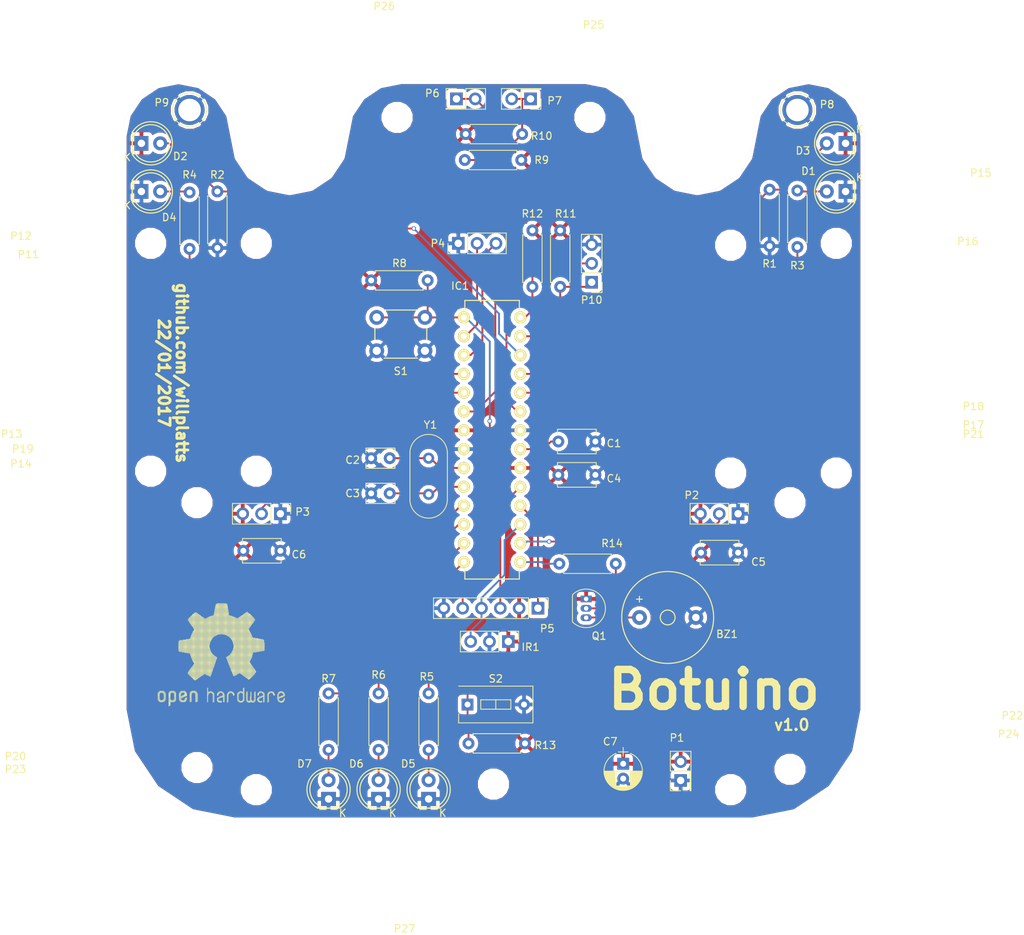
<source format=kicad_pcb>
(kicad_pcb (version 4) (host pcbnew 4.0.5)
  (layers (0 F.Cu signal) (31 B.Cu signal) (34 B.Paste user hide) (35 F.Paste user hide) (36 B.SilkS user) (37 F.SilkS user) (38 B.Mask user hide) (39 F.Mask user hide) (44 Edge.Cuts user))
  (net 0 "")
  (net 1 "Net-(C1-Pad1)")
  (net 2 GND)
  (net 3 "Net-(C2-Pad2)")
  (net 4 "Net-(C3-Pad2)")
  (net 5 +5V)
  (net 6 "Net-(IC1-Pad2)")
  (net 7 "Net-(IC1-Pad3)")
  (net 8 "Net-(IC1-Pad17)")
  (net 9 "Net-(IC1-Pad18)")
  (net 10 "Net-(IC1-Pad19)")
  (net 11 "Net-(D1-Pad2)")
  (net 12 "Net-(D4-Pad2)")
  (net 13 "Net-(D5-Pad2)")
  (net 14 "Net-(D6-Pad2)")
  (net 15 "Net-(D7-Pad2)")
  (net 16 nRST)
  (net 17 LED3)
  (net 18 LED2)
  (net 19 LED1)
  (net 20 WHISKER_L)
  (net 21 WHISKER_R)
  (net 22 PHOTO_ADC_L)
  (net 23 PHOTO_ADC_R)
  (net 24 IR_TX_L)
  (net 25 MTR_PWM_L)
  (net 26 MTR_PWM_R)
  (net 27 IR_TX_R)
  (net 28 "Net-(IC1-Pad27)")
  (net 29 "Net-(IC1-Pad28)")
  (net 30 BUZZER)
  (net 31 DIP_SW)
  (net 32 "Net-(BZ1-Pad1)")
  (net 33 "Net-(Q1-Pad2)")
  (module Housings_DIP:DIP-28_W7.62mm (layer F.Cu) (at 136 75)
    (fp_text reference IC1 (at -0.5 -4.25) (layer F.SilkS))
    (fp_text value ATMEGA328P-P)
    (pad 1 thru_hole oval (at 0 0) (size 1.6 1.6) (drill 0.8) (layers *.Cu *.Mask F.SilkS) (net 16 nRST))
    (pad 2 thru_hole oval (at 0 2.54) (size 1.6 1.6) (drill 0.8) (layers *.Cu *.Mask F.SilkS) (net 6 "Net-(IC1-Pad2)"))
    (pad 3 thru_hole oval (at 0 5.08) (size 1.6 1.6) (drill 0.8) (layers *.Cu *.Mask F.SilkS) (net 7 "Net-(IC1-Pad3)"))
    (pad 4 thru_hole oval (at 0 7.62) (size 1.6 1.6) (drill 0.8) (layers *.Cu *.Mask F.SilkS) (net 24 IR_TX_L))
    (pad 5 thru_hole oval (at 0 10.16) (size 1.6 1.6) (drill 0.8) (layers *.Cu *.Mask F.SilkS) (net 25 MTR_PWM_L))
    (pad 6 thru_hole oval (at 0 12.7) (size 1.6 1.6) (drill 0.8) (layers *.Cu *.Mask F.SilkS) (net 20 WHISKER_L))
    (pad 7 thru_hole oval (at 0 15.24) (size 1.6 1.6) (drill 0.8) (layers *.Cu *.Mask F.SilkS) (net 5 +5V))
    (pad 8 thru_hole oval (at 0 17.78) (size 1.6 1.6) (drill 0.8) (layers *.Cu *.Mask F.SilkS) (net 2 GND))
    (pad 9 thru_hole oval (at 0 20.32) (size 1.6 1.6) (drill 0.8) (layers *.Cu *.Mask F.SilkS) (net 3 "Net-(C2-Pad2)"))
    (pad 10 thru_hole oval (at 0 22.86) (size 1.6 1.6) (drill 0.8) (layers *.Cu *.Mask F.SilkS) (net 4 "Net-(C3-Pad2)"))
    (pad 11 thru_hole oval (at 0 25.4) (size 1.6 1.6) (drill 0.8) (layers *.Cu *.Mask F.SilkS) (net 19 LED1))
    (pad 12 thru_hole oval (at 0 27.94) (size 1.6 1.6) (drill 0.8) (layers *.Cu *.Mask F.SilkS) (net 18 LED2))
    (pad 13 thru_hole oval (at 0 30.48) (size 1.6 1.6) (drill 0.8) (layers *.Cu *.Mask F.SilkS) (net 17 LED3))
    (pad 14 thru_hole oval (at 0 33.02) (size 1.6 1.6) (drill 0.8) (layers *.Cu *.Mask F.SilkS) (net 31 DIP_SW))
    (pad 15 thru_hole oval (at 7.62 33.02) (size 1.6 1.6) (drill 0.8) (layers *.Cu *.Mask F.SilkS) (net 30 BUZZER))
    (pad 16 thru_hole oval (at 7.62 30.48) (size 1.6 1.6) (drill 0.8) (layers *.Cu *.Mask F.SilkS) (net 26 MTR_PWM_R))
    (pad 17 thru_hole oval (at 7.62 27.94) (size 1.6 1.6) (drill 0.8) (layers *.Cu *.Mask F.SilkS) (net 8 "Net-(IC1-Pad17)"))
    (pad 18 thru_hole oval (at 7.62 25.4) (size 1.6 1.6) (drill 0.8) (layers *.Cu *.Mask F.SilkS) (net 9 "Net-(IC1-Pad18)"))
    (pad 19 thru_hole oval (at 7.62 22.86) (size 1.6 1.6) (drill 0.8) (layers *.Cu *.Mask F.SilkS) (net 10 "Net-(IC1-Pad19)"))
    (pad 20 thru_hole oval (at 7.62 20.32) (size 1.6 1.6) (drill 0.8) (layers *.Cu *.Mask F.SilkS) (net 5 +5V))
    (pad 21 thru_hole oval (at 7.62 17.78) (size 1.6 1.6) (drill 0.8) (layers *.Cu *.Mask F.SilkS) (net 1 "Net-(C1-Pad1)"))
    (pad 22 thru_hole oval (at 7.62 15.24) (size 1.6 1.6) (drill 0.8) (layers *.Cu *.Mask F.SilkS) (net 2 GND))
    (pad 23 thru_hole oval (at 7.62 12.7) (size 1.6 1.6) (drill 0.8) (layers *.Cu *.Mask F.SilkS) (net 21 WHISKER_R))
    (pad 24 thru_hole oval (at 7.62 10.16) (size 1.6 1.6) (drill 0.8) (layers *.Cu *.Mask F.SilkS) (net 27 IR_TX_R))
    (pad 25 thru_hole oval (at 7.62 7.62) (size 1.6 1.6) (drill 0.8) (layers *.Cu *.Mask F.SilkS) (net 23 PHOTO_ADC_R))
    (pad 26 thru_hole oval (at 7.62 5.08) (size 1.6 1.6) (drill 0.8) (layers *.Cu *.Mask F.SilkS) (net 22 PHOTO_ADC_L))
    (pad 27 thru_hole oval (at 7.62 2.54) (size 1.6 1.6) (drill 0.8) (layers *.Cu *.Mask F.SilkS) (net 28 "Net-(IC1-Pad27)"))
    (pad 28 thru_hole oval (at 7.62 0) (size 1.6 1.6) (drill 0.8) (layers *.Cu *.Mask F.SilkS) (net 29 "Net-(IC1-Pad28)"))
  )
  (module LEDs:LED-5MM (layer F.Cu) (at 187.5 58 180)
    (fp_text reference D1 (at 5 2.75 180) (layer F.SilkS))
    (fp_text value LED)
    (fp_text user K (at -1.905 1.905 180) (layer F.SilkS))
    (pad 1 thru_hole rect (at 0 0 270) (size 2 1.9) (drill 1.00076) (layers *.Cu *.Mask) (net 2 GND))
    (pad 2 thru_hole circle (at 2.54 0 180) (size 1.9 1.9) (drill 1.00076) (layers *.Cu *.Mask) (net 11 "Net-(D1-Pad2)"))
  )
  (module LEDs:LED-5MM (layer F.Cu) (at 92.5 51.5)
    (fp_text reference D2 (at 5.25 1.75) (layer F.SilkS))
    (fp_text value IR)
    (fp_text user K (at -1.905 1.905) (layer F.SilkS))
    (pad 1 thru_hole rect (at 0 0 90) (size 2 1.9) (drill 1.00076) (layers *.Cu *.Mask) (net 5 +5V))
    (pad 2 thru_hole circle (at 2.54 0) (size 1.9 1.9) (drill 1.00076) (layers *.Cu *.Mask) (net 22 PHOTO_ADC_L))
  )
  (module LEDs:LED-5MM (layer F.Cu) (at 187.5 51.5 180)
    (fp_text reference D3 (at 5.75 -1 180) (layer F.SilkS))
    (fp_text value IR)
    (fp_text user K (at -1.905 1.905 180) (layer F.SilkS))
    (pad 1 thru_hole rect (at 0 0 270) (size 2 1.9) (drill 1.00076) (layers *.Cu *.Mask) (net 5 +5V))
    (pad 2 thru_hole circle (at 2.54 0 180) (size 1.9 1.9) (drill 1.00076) (layers *.Cu *.Mask) (net 23 PHOTO_ADC_R))
  )
  (module LEDs:LED-5MM (layer F.Cu) (at 92.5 58)
    (fp_text reference D4 (at 3.75 3.5) (layer F.SilkS))
    (fp_text value LED)
    (fp_text user K (at -1.905 1.905) (layer F.SilkS))
    (pad 1 thru_hole rect (at 0 0 90) (size 2 1.9) (drill 1.00076) (layers *.Cu *.Mask) (net 2 GND))
    (pad 2 thru_hole circle (at 2.54 0) (size 1.9 1.9) (drill 1.00076) (layers *.Cu *.Mask) (net 12 "Net-(D4-Pad2)"))
  )
  (module LEDs:LED-5MM (layer F.Cu) (at 131.25 140 90)
    (fp_text reference D5 (at 4.75 -2.75 180) (layer F.SilkS))
    (fp_text value LED)
    (fp_text user K (at -1.905 1.905 180) (layer F.SilkS))
    (pad 1 thru_hole rect (at 0 0 180) (size 2 1.9) (drill 1.00076) (layers *.Cu *.Mask) (net 2 GND))
    (pad 2 thru_hole circle (at 2.54 0 90) (size 1.9 1.9) (drill 1.00076) (layers *.Cu *.Mask) (net 13 "Net-(D5-Pad2)"))
  )
  (module LEDs:LED-5MM (layer F.Cu) (at 124.5 140 90)
    (fp_text reference D6 (at 4.75 -3 180) (layer F.SilkS))
    (fp_text value LED)
    (fp_text user K (at -1.905 1.905 180) (layer F.SilkS))
    (pad 1 thru_hole rect (at 0 0 180) (size 2 1.9) (drill 1.00076) (layers *.Cu *.Mask) (net 2 GND))
    (pad 2 thru_hole circle (at 2.54 0 90) (size 1.9 1.9) (drill 1.00076) (layers *.Cu *.Mask) (net 14 "Net-(D6-Pad2)"))
  )
  (module LEDs:LED-5MM (layer F.Cu) (at 117.75 140 90)
    (fp_text reference D7 (at 4.75 -3.25 180) (layer F.SilkS))
    (fp_text value LED)
    (fp_text user K (at -1.905 1.905 180) (layer F.SilkS))
    (pad 1 thru_hole rect (at 0 0 180) (size 2 1.9) (drill 1.00076) (layers *.Cu *.Mask) (net 2 GND))
    (pad 2 thru_hole circle (at 2.54 0 90) (size 1.9 1.9) (drill 1.00076) (layers *.Cu *.Mask) (net 15 "Net-(D7-Pad2)"))
  )
  (module Capacitors_ThroughHole:C_Disc_D5.1mm_W3.2mm_P5.00mm (layer F.Cu) (at 168 106.75)
    (fp_text reference C5 (at 7.75 1.25) (layer F.SilkS))
    (fp_text value 100n)
    (pad 1 thru_hole circle (at 0 0) (size 1.6 1.6) (drill 0.8) (layers *.Cu *.Mask) (net 5 +5V))
    (pad 2 thru_hole circle (at 5 0) (size 1.6 1.6) (drill 0.8) (layers *.Cu *.Mask) (net 2 GND))
  )
  (module Capacitors_ThroughHole:C_Disc_D5.1mm_W3.2mm_P5.00mm (layer F.Cu) (at 106.25 106.5)
    (fp_text reference C6 (at 7.5 0.5) (layer F.SilkS))
    (fp_text value 100n)
    (pad 1 thru_hole circle (at 0 0) (size 1.6 1.6) (drill 0.8) (layers *.Cu *.Mask) (net 5 +5V))
    (pad 2 thru_hole circle (at 5 0) (size 1.6 1.6) (drill 0.8) (layers *.Cu *.Mask) (net 2 GND))
  )
  (module Capacitors_ThroughHole:CP_Radial_D5.0mm_P2.00mm (layer F.Cu) (at 157.5 135.25 270)
    (fp_text reference C7 (at -3 1.75 360) (layer F.SilkS))
    (fp_text value 100u)
    (pad 1 thru_hole rect (at 0 0 270) (size 1.6 1.6) (drill 0.8) (layers *.Cu *.Mask) (net 5 +5V))
    (pad 2 thru_hole circle (at 2 0 270) (size 1.6 1.6) (drill 0.8) (layers *.Cu *.Mask) (net 2 GND))
  )
  (module Pin_Headers:Pin_Header_Straight_1x03_Pitch2.54mm (layer F.Cu) (at 142 118.75 270)
    (fp_text reference IR1 (at 0.75 -3 360) (layer F.SilkS))
    (fp_text value CONN_01X03)
    (pad 1 thru_hole rect (at 0 0 270) (size 1.7 1.7) (drill 1) (layers *.Cu *.Mask) (net 5 +5V))
    (pad 2 thru_hole oval (at 0 2.54 270) (size 1.7 1.7) (drill 1) (layers *.Cu *.Mask) (net 2 GND))
    (pad 3 thru_hole oval (at 0 5.08 270) (size 1.7 1.7) (drill 1) (layers *.Cu *.Mask) (net 8 "Net-(IC1-Pad17)"))
  )
  (module Capacitors_ThroughHole:C_Disc_D5.1mm_W3.2mm_P5.00mm (layer F.Cu) (at 148.75 91.75)
    (fp_text reference C1 (at 7.5 0.25) (layer F.SilkS))
    (fp_text value 100n)
    (pad 1 thru_hole circle (at 0 0) (size 1.6 1.6) (drill 0.8) (layers *.Cu *.Mask) (net 1 "Net-(C1-Pad1)"))
    (pad 2 thru_hole circle (at 5 0) (size 1.6 1.6) (drill 0.8) (layers *.Cu *.Mask) (net 2 GND))
  )
  (module Capacitors_ThroughHole:C_Disc_D5.1mm_W3.2mm_P5.00mm (layer F.Cu) (at 148.75 96.25)
    (fp_text reference C4 (at 7.5 0.5) (layer F.SilkS))
    (fp_text value 100n)
    (pad 1 thru_hole circle (at 0 0) (size 1.6 1.6) (drill 0.8) (layers *.Cu *.Mask) (net 5 +5V))
    (pad 2 thru_hole circle (at 5 0) (size 1.6 1.6) (drill 0.8) (layers *.Cu *.Mask) (net 2 GND))
  )
  (module Pin_Headers:Pin_Header_Straight_2x01_Pitch2.54mm (layer F.Cu) (at 165.25 137.5 90)
    (fp_text reference P1 (at 5.75 -0.5 180) (layer F.SilkS))
    (fp_text value CONN_01X02)
    (pad 1 thru_hole rect (at 0 0 90) (size 1.7 1.7) (drill 1) (layers *.Cu *.Mask) (net 2 GND))
    (pad 2 thru_hole oval (at 2.54 0 90) (size 1.7 1.7) (drill 1) (layers *.Cu *.Mask) (net 5 +5V))
  )
  (module Pin_Headers:Pin_Header_Straight_1x03_Pitch2.54mm (layer F.Cu) (at 173 101.5 270)
    (fp_text reference P2 (at -2.5 6.25 360) (layer F.SilkS))
    (fp_text value CONN_01X03)
    (pad 1 thru_hole rect (at 0 0 270) (size 1.7 1.7) (drill 1) (layers *.Cu *.Mask) (net 2 GND))
    (pad 2 thru_hole oval (at 0 2.54 270) (size 1.7 1.7) (drill 1) (layers *.Cu *.Mask) (net 26 MTR_PWM_R))
    (pad 3 thru_hole oval (at 0 5.08 270) (size 1.7 1.7) (drill 1) (layers *.Cu *.Mask) (net 5 +5V))
  )
  (module Pin_Headers:Pin_Header_Straight_1x03_Pitch2.54mm (layer F.Cu) (at 111.25 101.5 270)
    (fp_text reference P3 (at -0.25 -3 360) (layer F.SilkS))
    (fp_text value CONN_01X03)
    (pad 1 thru_hole rect (at 0 0 270) (size 1.7 1.7) (drill 1) (layers *.Cu *.Mask) (net 2 GND))
    (pad 2 thru_hole oval (at 0 2.54 270) (size 1.7 1.7) (drill 1) (layers *.Cu *.Mask) (net 25 MTR_PWM_L))
    (pad 3 thru_hole oval (at 0 5.08 270) (size 1.7 1.7) (drill 1) (layers *.Cu *.Mask) (net 5 +5V))
  )
  (module Pin_Headers:Pin_Header_Straight_1x03_Pitch2.54mm (layer F.Cu) (at 135.25 65 90)
    (fp_text reference P4 (at 0 -2.75 180) (layer F.SilkS))
    (fp_text value CONN_01X03)
    (pad 1 thru_hole rect (at 0 0 90) (size 1.7 1.7) (drill 1) (layers *.Cu *.Mask) (net 2 GND))
    (pad 2 thru_hole oval (at 0 2.54 90) (size 1.7 1.7) (drill 1) (layers *.Cu *.Mask) (net 6 "Net-(IC1-Pad2)"))
    (pad 3 thru_hole oval (at 0 5.08 90) (size 1.7 1.7) (drill 1) (layers *.Cu *.Mask) (net 7 "Net-(IC1-Pad3)"))
  )
  (module Pin_Headers:Pin_Header_Straight_1x06_Pitch2.54mm (layer F.Cu) (at 146 114.25 270)
    (fp_text reference P5 (at 2.75 -1.25 360) (layer F.SilkS))
    (fp_text value CONN_01X06)
    (pad 1 thru_hole rect (at 0 0 270) (size 1.7 1.7) (drill 1) (layers *.Cu *.Mask) (net 9 "Net-(IC1-Pad18)"))
    (pad 2 thru_hole oval (at 0 2.54 270) (size 1.7 1.7) (drill 1) (layers *.Cu *.Mask) (net 5 +5V))
    (pad 3 thru_hole oval (at 0 5.08 270) (size 1.7 1.7) (drill 1) (layers *.Cu *.Mask) (net 10 "Net-(IC1-Pad19)"))
    (pad 4 thru_hole oval (at 0 7.62 270) (size 1.7 1.7) (drill 1) (layers *.Cu *.Mask) (net 8 "Net-(IC1-Pad17)"))
    (pad 5 thru_hole oval (at 0 10.16 270) (size 1.7 1.7) (drill 1) (layers *.Cu *.Mask) (net 16 nRST))
    (pad 6 thru_hole oval (at 0 12.7 270) (size 1.7 1.7) (drill 1) (layers *.Cu *.Mask) (net 2 GND))
  )
  (module Pin_Headers:Pin_Header_Straight_2x01_Pitch2.54mm (layer F.Cu) (at 135 45.5)
    (fp_text reference P6 (at -3.25 -0.75) (layer F.SilkS))
    (fp_text value CONN_01X02)
    (pad 1 thru_hole rect (at 0 0) (size 1.7 1.7) (drill 1) (layers *.Cu *.Mask) (net 20 WHISKER_L))
    (pad 2 thru_hole oval (at 2.54 0) (size 1.7 1.7) (drill 1) (layers *.Cu *.Mask) (net 20 WHISKER_L))
  )
  (module Pin_Headers:Pin_Header_Straight_2x01_Pitch2.54mm (layer F.Cu) (at 145 45.5 180)
    (fp_text reference P7 (at -3.25 -0.25 180) (layer F.SilkS))
    (fp_text value CONN_01X02)
    (pad 1 thru_hole rect (at 0 0 180) (size 1.7 1.7) (drill 1) (layers *.Cu *.Mask) (net 21 WHISKER_R))
    (pad 2 thru_hole oval (at 2.54 0 180) (size 1.7 1.7) (drill 1) (layers *.Cu *.Mask) (net 21 WHISKER_R))
  )
  (module Resistors_ThroughHole:R_Axial_DIN0207_L6.3mm_D2.5mm_P7.62mm_Horizontal (layer F.Cu) (at 181 65.5 90)
    (fp_text reference R1 (at -2.25 -3.75 180) (layer F.SilkS))
    (fp_text value 330R)
    (pad 1 thru_hole circle (at 0 0 90) (size 1.6 1.6) (drill 0.8) (layers *.Cu *.Mask) (net 27 IR_TX_R))
    (pad 2 thru_hole oval (at 7.62 0 90) (size 1.6 1.6) (drill 0.8) (layers *.Cu *.Mask) (net 11 "Net-(D1-Pad2)"))
  )
  (module Resistors_ThroughHole:R_Axial_DIN0207_L6.3mm_D2.5mm_P7.62mm_Horizontal (layer F.Cu) (at 102.75 58 270)
    (fp_text reference R2 (at -2.25 0 360) (layer F.SilkS))
    (fp_text value 10k)
    (pad 1 thru_hole circle (at 0 0 270) (size 1.6 1.6) (drill 0.8) (layers *.Cu *.Mask) (net 22 PHOTO_ADC_L))
    (pad 2 thru_hole oval (at 7.62 0 270) (size 1.6 1.6) (drill 0.8) (layers *.Cu *.Mask) (net 2 GND))
  )
  (module Resistors_ThroughHole:R_Axial_DIN0207_L6.3mm_D2.5mm_P7.62mm_Horizontal (layer F.Cu) (at 177.25 57.75 270)
    (fp_text reference R3 (at 10.25 -3.75 360) (layer F.SilkS))
    (fp_text value 10k)
    (pad 1 thru_hole circle (at 0 0 270) (size 1.6 1.6) (drill 0.8) (layers *.Cu *.Mask) (net 23 PHOTO_ADC_R))
    (pad 2 thru_hole oval (at 7.62 0 270) (size 1.6 1.6) (drill 0.8) (layers *.Cu *.Mask) (net 2 GND))
  )
  (module Resistors_ThroughHole:R_Axial_DIN0207_L6.3mm_D2.5mm_P7.62mm_Horizontal (layer F.Cu) (at 99 65.75 90)
    (fp_text reference R4 (at 10 0 180) (layer F.SilkS))
    (fp_text value 330R)
    (pad 1 thru_hole circle (at 0 0 90) (size 1.6 1.6) (drill 0.8) (layers *.Cu *.Mask) (net 24 IR_TX_L))
    (pad 2 thru_hole oval (at 7.62 0 90) (size 1.6 1.6) (drill 0.8) (layers *.Cu *.Mask) (net 12 "Net-(D4-Pad2)"))
  )
  (module Resistors_ThroughHole:R_Axial_DIN0207_L6.3mm_D2.5mm_P7.62mm_Horizontal (layer F.Cu) (at 131.25 125.75 270)
    (fp_text reference R5 (at -2.25 0.25 360) (layer F.SilkS))
    (fp_text value 330R)
    (pad 1 thru_hole circle (at 0 0 270) (size 1.6 1.6) (drill 0.8) (layers *.Cu *.Mask) (net 17 LED3))
    (pad 2 thru_hole oval (at 7.62 0 270) (size 1.6 1.6) (drill 0.8) (layers *.Cu *.Mask) (net 13 "Net-(D5-Pad2)"))
  )
  (module Resistors_ThroughHole:R_Axial_DIN0207_L6.3mm_D2.5mm_P7.62mm_Horizontal (layer F.Cu) (at 124.5 125.75 270)
    (fp_text reference R6 (at -2.5 0 360) (layer F.SilkS))
    (fp_text value 330R)
    (pad 1 thru_hole circle (at 0 0 270) (size 1.6 1.6) (drill 0.8) (layers *.Cu *.Mask) (net 18 LED2))
    (pad 2 thru_hole oval (at 7.62 0 270) (size 1.6 1.6) (drill 0.8) (layers *.Cu *.Mask) (net 14 "Net-(D6-Pad2)"))
  )
  (module Resistors_ThroughHole:R_Axial_DIN0207_L6.3mm_D2.5mm_P7.62mm_Horizontal (layer F.Cu) (at 117.75 125.75 270)
    (fp_text reference R7 (at -2 0 360) (layer F.SilkS))
    (fp_text value 330R)
    (pad 1 thru_hole circle (at 0 0 270) (size 1.6 1.6) (drill 0.8) (layers *.Cu *.Mask) (net 19 LED1))
    (pad 2 thru_hole oval (at 7.62 0 270) (size 1.6 1.6) (drill 0.8) (layers *.Cu *.Mask) (net 15 "Net-(D7-Pad2)"))
  )
  (module Resistors_ThroughHole:R_Axial_DIN0207_L6.3mm_D2.5mm_P7.62mm_Horizontal (layer F.Cu) (at 123.5 70)
    (fp_text reference R8 (at 3.81 -2.31) (layer F.SilkS))
    (fp_text value 10k)
    (pad 1 thru_hole circle (at 0 0) (size 1.6 1.6) (drill 0.8) (layers *.Cu *.Mask) (net 5 +5V))
    (pad 2 thru_hole oval (at 7.62 0) (size 1.6 1.6) (drill 0.8) (layers *.Cu *.Mask) (net 16 nRST))
  )
  (module Resistors_ThroughHole:R_Axial_DIN0207_L6.3mm_D2.5mm_P7.62mm_Horizontal (layer F.Cu) (at 143.75 53.75 180)
    (fp_text reference R9 (at -2.75 0 180) (layer F.SilkS))
    (fp_text value 10k)
    (pad 1 thru_hole circle (at 0 0 180) (size 1.6 1.6) (drill 0.8) (layers *.Cu *.Mask) (net 5 +5V))
    (pad 2 thru_hole oval (at 7.62 0 180) (size 1.6 1.6) (drill 0.8) (layers *.Cu *.Mask) (net 20 WHISKER_L))
  )
  (module Resistors_ThroughHole:R_Axial_DIN0207_L6.3mm_D2.5mm_P7.62mm_Horizontal (layer F.Cu) (at 136.25 50.25)
    (fp_text reference R10 (at 10.25 0.25) (layer F.SilkS))
    (fp_text value 10k)
    (pad 1 thru_hole circle (at 0 0) (size 1.6 1.6) (drill 0.8) (layers *.Cu *.Mask) (net 5 +5V))
    (pad 2 thru_hole oval (at 7.62 0) (size 1.6 1.6) (drill 0.8) (layers *.Cu *.Mask) (net 21 WHISKER_R))
  )
  (module Crystals:Crystal_HC49-U_Vertical (layer F.Cu) (at 131.25 94 270)
    (fp_text reference Y1 (at -4.5 -0.25 360) (layer F.SilkS))
    (fp_text value 16MHz)
    (pad 1 thru_hole circle (at 0 0 270) (size 1.5 1.5) (drill 0.8) (layers *.Cu *.Mask) (net 3 "Net-(C2-Pad2)"))
    (pad 2 thru_hole circle (at 4.88 0 270) (size 1.5 1.5) (drill 0.8) (layers *.Cu *.Mask) (net 4 "Net-(C3-Pad2)"))
  )
  (module Capacitors_ThroughHole:C_Disc_D3.8mm_W2.6mm_P2.50mm (layer F.Cu) (at 123.5 94)
    (fp_text reference C2 (at -2.5 0.25) (layer F.SilkS))
    (fp_text value 22p)
    (pad 1 thru_hole circle (at 0 0) (size 1.6 1.6) (drill 0.8) (layers *.Cu *.Mask) (net 2 GND))
    (pad 2 thru_hole circle (at 2.5 0) (size 1.6 1.6) (drill 0.8) (layers *.Cu *.Mask) (net 3 "Net-(C2-Pad2)"))
  )
  (module Capacitors_ThroughHole:C_Disc_D3.8mm_W2.6mm_P2.50mm (layer F.Cu) (at 123.5 98.75)
    (fp_text reference C3 (at -2.5 0) (layer F.SilkS))
    (fp_text value 22p)
    (pad 1 thru_hole circle (at 0 0) (size 1.6 1.6) (drill 0.8) (layers *.Cu *.Mask) (net 2 GND))
    (pad 2 thru_hole circle (at 2.5 0) (size 1.6 1.6) (drill 0.8) (layers *.Cu *.Mask) (net 4 "Net-(C3-Pad2)"))
  )
  (module Pin_Headers:Pin_Header_Straight_1x03_Pitch2.54mm (layer F.Cu) (at 153.25 70.25 180)
    (fp_text reference P10 (at 0 -2.39 180) (layer F.SilkS))
    (fp_text value CONN_01X03)
    (pad 1 thru_hole rect (at 0 0 180) (size 1.7 1.7) (drill 1) (layers *.Cu *.Mask) (net 28 "Net-(IC1-Pad27)"))
    (pad 2 thru_hole oval (at 0 2.54 180) (size 1.7 1.7) (drill 1) (layers *.Cu *.Mask) (net 29 "Net-(IC1-Pad28)"))
    (pad 3 thru_hole oval (at 0 5.08 180) (size 1.7 1.7) (drill 1) (layers *.Cu *.Mask) (net 2 GND))
  )
  (module Resistors_ThroughHole:R_Axial_DIN0207_L6.3mm_D2.5mm_P7.62mm_Horizontal (layer F.Cu) (at 149 63.25 270)
    (fp_text reference R11 (at -2.25 -0.75 360) (layer F.SilkS))
    (fp_text value 10k)
    (pad 1 thru_hole circle (at 0 0 270) (size 1.6 1.6) (drill 0.8) (layers *.Cu *.Mask) (net 5 +5V))
    (pad 2 thru_hole oval (at 7.62 0 270) (size 1.6 1.6) (drill 0.8) (layers *.Cu *.Mask) (net 28 "Net-(IC1-Pad27)"))
  )
  (module Resistors_ThroughHole:R_Axial_DIN0207_L6.3mm_D2.5mm_P7.62mm_Horizontal (layer F.Cu) (at 145.25 63.25 270)
    (fp_text reference R12 (at -2.25 0 360) (layer F.SilkS))
    (fp_text value 10k)
    (pad 1 thru_hole circle (at 0 0 270) (size 1.6 1.6) (drill 0.8) (layers *.Cu *.Mask) (net 5 +5V))
    (pad 2 thru_hole oval (at 7.62 0 270) (size 1.6 1.6) (drill 0.8) (layers *.Cu *.Mask) (net 29 "Net-(IC1-Pad28)"))
  )
  (module Mounting_Holes:MountingHole_3.2mm_M3 (layer F.Cu) (at 93.75 65)
    (fp_text reference P11 (at -16.5 1.5) (layer F.SilkS))
    (fp_text value CONN_01X01)
    (pad 1 np_thru_hole circle (at 0 0) (size 3.2 3.2) (drill 3.2) (layers *.Cu *.Mask))
  )
  (module Mounting_Holes:MountingHole_3.2mm_M3 (layer F.Cu) (at 108 65)
    (fp_text reference P12 (at -31.75 -1) (layer F.SilkS))
    (fp_text value CONN_01X01)
    (pad 1 np_thru_hole circle (at 0 0) (size 3.2 3.2) (drill 3.2) (layers *.Cu *.Mask))
  )
  (module Mounting_Holes:MountingHole_3.2mm_M3 (layer F.Cu) (at 93.75 95.75)
    (fp_text reference P13 (at -18.75 -5) (layer F.SilkS))
    (fp_text value CONN_01X01)
    (pad 1 np_thru_hole circle (at 0 0) (size 3.2 3.2) (drill 3.2) (layers *.Cu *.Mask))
  )
  (module Mounting_Holes:MountingHole_3.2mm_M3 (layer F.Cu) (at 108 95.75)
    (fp_text reference P14 (at -31.75 -1) (layer F.SilkS))
    (fp_text value CONN_01X01)
    (pad 1 np_thru_hole circle (at 0 0) (size 3.2 3.2) (drill 3.2) (layers *.Cu *.Mask))
  )
  (module Mounting_Holes:MountingHole_3.2mm_M3 (layer F.Cu) (at 186.25 65)
    (fp_text reference P15 (at 19.5 -9.5) (layer F.SilkS))
    (fp_text value CONN_01X01)
    (pad 1 np_thru_hole circle (at 0 0) (size 3.2 3.2) (drill 3.2) (layers *.Cu *.Mask))
  )
  (module Mounting_Holes:MountingHole_3.2mm_M3 (layer F.Cu) (at 172 65.25)
    (fp_text reference P16 (at 32 -0.5) (layer F.SilkS))
    (fp_text value CONN_01X01)
    (pad 1 np_thru_hole circle (at 0 0) (size 3.2 3.2) (drill 3.2) (layers *.Cu *.Mask))
  )
  (module Mounting_Holes:MountingHole_3.2mm_M3 (layer F.Cu) (at 186.25 96)
    (fp_text reference P17 (at 18.5 -6.5) (layer F.SilkS))
    (fp_text value CONN_01X01)
    (pad 1 np_thru_hole circle (at 0 0) (size 3.2 3.2) (drill 3.2) (layers *.Cu *.Mask))
  )
  (module Mounting_Holes:MountingHole_3.2mm_M3 (layer F.Cu) (at 172 96)
    (fp_text reference P18 (at 32.75 -9) (layer F.SilkS))
    (fp_text value CONN_01X01)
    (pad 1 np_thru_hole circle (at 0 0) (size 3.2 3.2) (drill 3.2) (layers *.Cu *.Mask))
  )
  (module Mounting_Holes:MountingHole_3.2mm_M3 (layer F.Cu) (at 100 100)
    (fp_text reference P19 (at -23.5 -7.25) (layer F.SilkS))
    (fp_text value CONN_01X01)
    (pad 1 np_thru_hole circle (at 0 0) (size 3.2 3.2) (drill 3.2) (layers *.Cu *.Mask))
  )
  (module Mounting_Holes:MountingHole_3.2mm_M3 (layer F.Cu) (at 100 135.75)
    (fp_text reference P20 (at -24.5 -1.5) (layer F.SilkS))
    (fp_text value CONN_01X01)
    (pad 1 np_thru_hole circle (at 0 0) (size 3.2 3.2) (drill 3.2) (layers *.Cu *.Mask))
  )
  (module Mounting_Holes:MountingHole_3.2mm_M3 (layer F.Cu) (at 180 100)
    (fp_text reference P21 (at 24.75 -9.25) (layer F.SilkS))
    (fp_text value CONN_01X01)
    (pad 1 np_thru_hole circle (at 0 0) (size 3.2 3.2) (drill 3.2) (layers *.Cu *.Mask))
  )
  (module Mounting_Holes:MountingHole_3.2mm_M3 (layer F.Cu) (at 180 136)
    (fp_text reference P22 (at 30 -7.25) (layer F.SilkS))
    (fp_text value CONN_01X01)
    (pad 1 np_thru_hole circle (at 0 0) (size 3.2 3.2) (drill 3.2) (layers *.Cu *.Mask))
  )
  (module Mounting_Holes:MountingHole_3.2mm_M3 (layer F.Cu) (at 108 138.75)
    (fp_text reference P23 (at -32.5 -2.75) (layer F.SilkS))
    (fp_text value CONN_01X01)
    (pad 1 np_thru_hole circle (at 0 0) (size 3.2 3.2) (drill 3.2) (layers *.Cu *.Mask))
  )
  (module Mounting_Holes:MountingHole_3.2mm_M3 (layer F.Cu) (at 172 138.75)
    (fp_text reference P24 (at 37.5 -7.5) (layer F.SilkS))
    (fp_text value CONN_01X01)
    (pad 1 np_thru_hole circle (at 0 0) (size 3.2 3.2) (drill 3.2) (layers *.Cu *.Mask))
  )
  (module Mounting_Holes:MountingHole_3.2mm_M3 (layer F.Cu) (at 153 48)
    (fp_text reference P25 (at 0.5 -12.5) (layer F.SilkS))
    (fp_text value CONN_01X01)
    (pad 1 np_thru_hole circle (at 0 0) (size 3.2 3.2) (drill 3.2) (layers *.Cu *.Mask))
  )
  (module Mounting_Holes:MountingHole_3.2mm_M3 (layer F.Cu) (at 127 48)
    (fp_text reference P26 (at -1.75 -15) (layer F.SilkS))
    (fp_text value CONN_01X01)
    (pad 1 np_thru_hole circle (at 0 0) (size 3.2 3.2) (drill 3.2) (layers *.Cu *.Mask))
  )
  (module Mounting_Holes:MountingHole_3.2mm_M3 (layer F.Cu) (at 140 138)
    (fp_text reference P27 (at -12 19.5) (layer F.SilkS))
    (fp_text value CONN_01X01)
    (pad 1 np_thru_hole circle (at 0 0) (size 3.2 3.2) (drill 3.2) (layers *.Cu *.Mask))
  )
  (module Buttons_Switches_ThroughHole:SW_PUSH_6mm (layer F.Cu) (at 130.75 79.5 180)
    (fp_text reference S1 (at 3.25 -2.75 180) (layer F.SilkS))
    (fp_text value SW_DIP_x1)
    (pad 2 thru_hole circle (at 0 4.5 270) (size 2 2) (drill 1.1) (layers *.Cu *.Mask) (net 16 nRST))
    (pad 1 thru_hole circle (at 0 0 270) (size 2 2) (drill 1.1) (layers *.Cu *.Mask) (net 2 GND))
    (pad 2 thru_hole circle (at 6.5 4.5 270) (size 2 2) (drill 1.1) (layers *.Cu *.Mask) (net 16 nRST))
    (pad 1 thru_hole circle (at 6.5 0 270) (size 2 2) (drill 1.1) (layers *.Cu *.Mask) (net 2 GND))
  )
  (module OPENHARDWARE:OSHWLOGO0.75IN (layer F.Cu) (at 93.75 111.25)
    (fp_text reference G*** hide)
    (fp_text value LOGO hide)
  )
  (module Connect:1pin (layer F.Cu) (at 181 47)
    (fp_text reference P8 (at 4 -0.75) (layer F.SilkS))
    (fp_text value CONN_01X01)
    (pad 1 thru_hole circle (at 0 0) (size 4.064 4.064) (drill 3.048) (layers *.Cu *.Mask) (net 2 GND))
  )
  (module Connect:1pin (layer F.Cu) (at 99 47)
    (fp_text reference P9 (at -3.75 -1) (layer F.SilkS))
    (fp_text value CONN_01X01)
    (pad 1 thru_hole circle (at 0 0) (size 4.064 4.064) (drill 3.048) (layers *.Cu *.Mask) (net 2 GND))
  )
  (module Buzzers_Beepers:Buzzer_12x9.5RM7.6 (layer F.Cu) (at 163.5 115.5)
    (fp_text reference BZ1 (at 8 2.25) (layer F.SilkS))
    (fp_text value Buzzer)
    (fp_text user + (at -3.81 -2.54) (layer F.SilkS))
    (pad 1 thru_hole circle (at -3.79984 0) (size 2 2) (drill 1.00076) (layers *.Cu *.Mask) (net 32 "Net-(BZ1-Pad1)"))
    (pad 2 thru_hole circle (at 3.79984 0) (size 2 2) (drill 1.00076) (layers *.Cu *.Mask) (net 2 GND))
  )
  (module Resistors_ThroughHole:R_Axial_DIN0207_L6.3mm_D2.5mm_P7.62mm_Horizontal (layer F.Cu) (at 144.25 132.5 180)
    (fp_text reference R13 (at -2.75 -0.25 180) (layer F.SilkS))
    (fp_text value 10k)
    (pad 1 thru_hole circle (at 0 0 180) (size 1.6 1.6) (drill 0.8) (layers *.Cu *.Mask) (net 5 +5V))
    (pad 2 thru_hole oval (at 7.62 0 180) (size 1.6 1.6) (drill 0.8) (layers *.Cu *.Mask) (net 31 DIP_SW))
  )
  (module Buttons_Switches_ThroughHole:SW_DIP_x1_W7.62mm_Slide (layer F.Cu) (at 136.5 127.25)
    (fp_text reference S2 (at 3.81 -3.48) (layer F.SilkS))
    (fp_text value SW_DIP_x1)
    (pad 1 thru_hole rect (at 0 0) (size 1.6 1.6) (drill 0.8) (layers *.Cu *.Mask) (net 31 DIP_SW))
    (pad 2 thru_hole oval (at 7.62 0) (size 1.6 1.6) (drill 0.8) (layers *.Cu *.Mask) (net 2 GND))
  )
  (module TO_SOT_Packages_THT:TO-92_Inline_Narrow_Oval (layer F.Cu) (at 152.5 113 270)
    (fp_text reference Q1 (at 5 -1.75 360) (layer F.SilkS))
    (fp_text value BC546)
    (pad 2 thru_hole oval (at 1.27 0 90) (size 0.89916 1.50114) (drill 0.6) (layers *.Cu *.Mask) (net 33 "Net-(Q1-Pad2)"))
    (pad 3 thru_hole oval (at 2.54 0 90) (size 0.89916 1.50114) (drill 0.6) (layers *.Cu *.Mask) (net 32 "Net-(BZ1-Pad1)"))
    (pad 1 thru_hole rect (at 0 0 90) (size 0.89916 1.50114) (drill 0.6) (layers *.Cu *.Mask) (net 5 +5V))
  )
  (module Resistors_ThroughHole:R_Axial_DIN0207_L6.3mm_D2.5mm_P7.62mm_Horizontal (layer F.Cu) (at 156.5 108.25 180)
    (fp_text reference R14 (at 0.5 2.75 180) (layer F.SilkS))
    (fp_text value 10k)
    (pad 1 thru_hole circle (at 0 0 180) (size 1.6 1.6) (drill 0.8) (layers *.Cu *.Mask) (net 33 "Net-(Q1-Pad2)"))
    (pad 2 thru_hole oval (at 7.62 0 180) (size 1.6 1.6) (drill 0.8) (layers *.Cu *.Mask) (net 30 BUZZER))
  )
  (gr_text "github.com/willplatts\n22/01/2017" (at 96.75 82.5 270) (layer F.SilkS) (effects (font (size 1.5 1.5) (thickness 0.375))))
  (gr_text v1.0 (at 180.25 130) (layer F.SilkS) (effects (font (size 1.5 1.5) (thickness 0.3))))
  (gr_text Botuino (at 169.75 125.25) (layer F.SilkS) (effects (font (size 5 5) (thickness 1))))
  (gr_line (start 175 143) (end 105 143) (angle 90) (layer Edge.Cuts) (width 0.01))
  (gr_line (start 90 50.5) (end 90 128) (angle 90) (layer Edge.Cuts) (width 0.01))
  (gr_line (start 190 128) (end 190 50.5) (angle 90) (layer Edge.Cuts) (width 0.01))
  (gr_line (start 127.5 43) (end 152.5 43) (angle 90) (layer Edge.Cuts) (width 0.01))
  (gr_arc (start 152.5 50.5) (end 152.5 43) (angle 90) (layer Edge.Cuts) (width 0.01))
  (gr_arc (start 167.5 50.5) (end 167.5 58) (angle 90) (layer Edge.Cuts) (width 0.01))
  (gr_arc (start 167.5 50.5) (end 175 50.5) (angle 90) (layer Edge.Cuts) (width 0.01))
  (gr_arc (start 182.5 50.5) (end 175 50.5) (angle 90) (layer Edge.Cuts) (width 0.01))
  (gr_arc (start 182.5 50.5) (end 182.5 43) (angle 90) (layer Edge.Cuts) (width 0.01))
  (gr_arc (start 127.5 50.5) (end 120 50.5) (angle 90) (layer Edge.Cuts) (width 0.01))
  (gr_arc (start 112.5 50.5) (end 120 50.5) (angle 90) (layer Edge.Cuts) (width 0.01))
  (gr_arc (start 112.5 50.5) (end 112.5 58) (angle 90) (layer Edge.Cuts) (width 0.01))
  (gr_arc (start 97.5 50.5) (end 97.5 43) (angle 90) (layer Edge.Cuts) (width 0.01))
  (gr_arc (start 97.5 50.5) (end 90 50.5) (angle 90) (layer Edge.Cuts) (width 0.01))
  (gr_arc (start 175 128) (end 190 128) (angle 90) (layer Edge.Cuts) (width 0.01))
  (gr_arc (start 105 128) (end 105 143) (angle 90) (layer Edge.Cuts) (width 0.01))
  (segment (start 148.75 91.75) (end 147.75 91.75) (width 0.25) (layer F.Cu) (net 1))
  (segment (start 146.72 92.78) (end 143.62 92.78) (width 0.25) (layer F.Cu) (net 1))
  (segment (start 147.75 91.75) (end 146.72 92.78) (width 0.25) (layer F.Cu) (net 1))
  (segment (start 126 94) (end 131.25 94) (width 0.25) (layer F.Cu) (net 3))
  (segment (start 131.25 94) (end 131.5 94) (width 0.25) (layer F.Cu) (net 3))
  (segment (start 131.5 94) (end 132.82 95.32) (width 0.25) (layer F.Cu) (net 3))
  (segment (start 132.82 95.32) (end 136 95.32) (width 0.25) (layer F.Cu) (net 3))
  (segment (start 126 98.75) (end 131.12 98.75) (width 0.25) (layer F.Cu) (net 4))
  (segment (start 131.12 98.75) (end 131.25 98.88) (width 0.25) (layer F.Cu) (net 4))
  (segment (start 131.25 98.88) (end 131.62 98.88) (width 0.25) (layer F.Cu) (net 4))
  (segment (start 131.62 98.88) (end 132.64 97.86) (width 0.25) (layer F.Cu) (net 4))
  (segment (start 132.64 97.86) (end 136 97.86) (width 0.25) (layer F.Cu) (net 4))
  (segment (start 136 77.54) (end 136.21 77.54) (width 0.25) (layer F.Cu) (net 6))
  (segment (start 136.21 77.54) (end 137.79 75.96) (width 0.25) (layer F.Cu) (net 6))
  (segment (start 137.79 75.96) (end 137.79 65) (width 0.25) (layer F.Cu) (net 6))
  (segment (start 136 80.08) (end 136.92 80.08) (width 0.25) (layer F.Cu) (net 7))
  (segment (start 138.5 66.83) (end 140.33 65) (width 0.25) (layer F.Cu) (net 7))
  (segment (start 138.5 78.5) (end 138.5 66.83) (width 0.25) (layer F.Cu) (net 7))
  (segment (start 136.92 80.08) (end 138.5 78.5) (width 0.25) (layer F.Cu) (net 7))
  (segment (start 136.92 118.75) (end 136.92 117.33) (width 0.25) (layer B.Cu) (net 8))
  (segment (start 138.38 115.87) (end 138.38 114.25) (width 0.25) (layer B.Cu) (net 8))
  (segment (start 136.92 117.33) (end 138.38 115.87) (width 0.25) (layer B.Cu) (net 8))
  (segment (start 138.38 114.25) (end 138.38 112.87) (width 0.25) (layer B.Cu) (net 8))
  (segment (start 141.5 105.06) (end 143.62 102.94) (width 0.25) (layer B.Cu) (net 8))
  (segment (start 141.5 109.75) (end 141.5 105.06) (width 0.25) (layer B.Cu) (net 8))
  (segment (start 138.38 112.87) (end 141.5 109.75) (width 0.25) (layer B.Cu) (net 8))
  (segment (start 146 114.25) (end 146 102.78) (width 0.25) (layer F.Cu) (net 9))
  (segment (start 146 102.78) (end 143.62 100.4) (width 0.25) (layer F.Cu) (net 9))
  (segment (start 140.92 114.25) (end 140.92 100.56) (width 0.25) (layer F.Cu) (net 10))
  (segment (start 140.92 100.56) (end 143.62 97.86) (width 0.25) (layer F.Cu) (net 10))
  (segment (start 184.96 58) (end 181.12 58) (width 0.25) (layer F.Cu) (net 11))
  (segment (start 181.12 58) (end 181 57.88) (width 0.25) (layer F.Cu) (net 11))
  (segment (start 95.04 58) (end 98.87 58) (width 0.25) (layer F.Cu) (net 12))
  (segment (start 98.87 58) (end 99 58.13) (width 0.25) (layer F.Cu) (net 12))
  (segment (start 131.25 137.46) (end 131.25 133.37) (width 0.25) (layer F.Cu) (net 13))
  (segment (start 124.5 137.46) (end 124.5 133.37) (width 0.25) (layer F.Cu) (net 14))
  (segment (start 117.75 137.46) (end 117.75 133.37) (width 0.25) (layer F.Cu) (net 15))
  (segment (start 135.84 114.25) (end 135.84 112.66) (width 0.25) (layer F.Cu) (net 16))
  (segment (start 139.5 78.25) (end 136.25 75) (width 0.25) (layer B.Cu) (net 16))
  (segment (start 139.5 89) (end 139.5 78.25) (width 0.25) (layer B.Cu) (net 16))
  (via (at 139.5 89) (size 0.6) (drill 0.4) (layers F.Cu B.Cu) (net 16))
  (segment (start 139.5 109) (end 139.5 89) (width 0.25) (layer F.Cu) (net 16))
  (segment (start 135.84 112.66) (end 139.5 109) (width 0.25) (layer F.Cu) (net 16))
  (segment (start 136.25 75) (end 136 75) (width 0.25) (layer B.Cu) (net 16))
  (segment (start 131.12 70) (end 131.12 74.63) (width 0.25) (layer F.Cu) (net 16))
  (segment (start 131.12 74.63) (end 130.75 75) (width 0.25) (layer F.Cu) (net 16))
  (segment (start 124.25 75) (end 130.75 75) (width 0.25) (layer F.Cu) (net 16))
  (segment (start 130.75 75) (end 136 75) (width 0.25) (layer F.Cu) (net 16))
  (segment (start 131.25 125.75) (end 131.25 122.5) (width 0.25) (layer F.Cu) (net 17))
  (segment (start 130.25 111.23) (end 136 105.48) (width 0.25) (layer F.Cu) (net 17))
  (segment (start 130.25 121.5) (end 130.25 111.23) (width 0.25) (layer F.Cu) (net 17))
  (segment (start 131.25 122.5) (end 130.25 121.5) (width 0.25) (layer F.Cu) (net 17))
  (segment (start 124.5 125.75) (end 124.5 124) (width 0.25) (layer F.Cu) (net 18))
  (segment (start 129 109.25) (end 135.31 102.94) (width 0.25) (layer F.Cu) (net 18))
  (segment (start 129 119.5) (end 129 109.25) (width 0.25) (layer F.Cu) (net 18))
  (segment (start 124.5 124) (end 129 119.5) (width 0.25) (layer F.Cu) (net 18))
  (segment (start 135.31 102.94) (end 136 102.94) (width 0.25) (layer F.Cu) (net 18))
  (segment (start 117.75 125.75) (end 120.25 125.75) (width 0.25) (layer F.Cu) (net 19))
  (segment (start 127 109) (end 135.6 100.4) (width 0.25) (layer F.Cu) (net 19))
  (segment (start 127 119) (end 127 109) (width 0.25) (layer F.Cu) (net 19))
  (segment (start 120.25 125.75) (end 127 119) (width 0.25) (layer F.Cu) (net 19))
  (segment (start 135.6 100.4) (end 136 100.4) (width 0.25) (layer F.Cu) (net 19))
  (segment (start 136.13 53.75) (end 139 53.75) (width 0.25) (layer F.Cu) (net 20))
  (segment (start 139 56.5) (end 139 53.75) (width 0.25) (layer F.Cu) (net 20))
  (segment (start 139 53.75) (end 139 46.96) (width 0.25) (layer F.Cu) (net 20))
  (segment (start 137.55 87.7) (end 140.25 85) (width 0.25) (layer F.Cu) (net 20))
  (segment (start 140.25 85) (end 140.25 71) (width 0.25) (layer F.Cu) (net 20))
  (segment (start 140.25 71) (end 142.5 68.75) (width 0.25) (layer F.Cu) (net 20))
  (segment (start 142.5 68.75) (end 142.5 60) (width 0.25) (layer F.Cu) (net 20))
  (segment (start 142.5 60) (end 139 56.5) (width 0.25) (layer F.Cu) (net 20))
  (segment (start 136 87.7) (end 137.55 87.7) (width 0.25) (layer F.Cu) (net 20))
  (segment (start 139 46.96) (end 137.54 45.5) (width 0.25) (layer F.Cu) (net 20))
  (segment (start 135 45.5) (end 137.54 45.5) (width 0.25) (layer F.Cu) (net 20))
  (segment (start 143.62 87.7) (end 143.2 87.7) (width 0.25) (layer F.Cu) (net 21))
  (segment (start 143.2 87.7) (end 141.75 86.25) (width 0.25) (layer F.Cu) (net 21))
  (segment (start 142 52.12) (end 143.87 50.25) (width 0.25) (layer F.Cu) (net 21))
  (segment (start 142 56.5) (end 142 52.12) (width 0.25) (layer F.Cu) (net 21))
  (segment (start 143.5 58) (end 142 56.5) (width 0.25) (layer F.Cu) (net 21))
  (segment (start 143.5 70.25) (end 143.5 58) (width 0.25) (layer F.Cu) (net 21))
  (segment (start 141.75 72) (end 143.5 70.25) (width 0.25) (layer F.Cu) (net 21))
  (segment (start 141.75 86.25) (end 141.75 72) (width 0.25) (layer F.Cu) (net 21))
  (segment (start 143.87 50.25) (end 143.87 45.5) (width 0.25) (layer F.Cu) (net 21))
  (segment (start 143.87 45.5) (end 143.75 45.5) (width 0.25) (layer F.Cu) (net 21))
  (segment (start 143.62 87.7) (end 142.95 87.7) (width 0.25) (layer F.Cu) (net 21))
  (segment (start 145 45.5) (end 143.75 45.5) (width 0.25) (layer F.Cu) (net 21))
  (segment (start 143.75 45.5) (end 142.46 45.5) (width 0.25) (layer F.Cu) (net 21))
  (segment (start 102.75 58) (end 107.5 58) (width 0.25) (layer F.Cu) (net 22))
  (segment (start 140.75 77.21) (end 143.62 80.08) (width 0.25) (layer B.Cu) (net 22))
  (segment (start 140.75 74.5) (end 140.75 77.21) (width 0.25) (layer B.Cu) (net 22))
  (segment (start 129.25 63) (end 140.75 74.5) (width 0.25) (layer B.Cu) (net 22))
  (via (at 129.25 63) (size 0.6) (drill 0.4) (layers F.Cu B.Cu) (net 22))
  (segment (start 112.5 63) (end 129.25 63) (width 0.25) (layer F.Cu) (net 22))
  (segment (start 107.5 58) (end 112.5 63) (width 0.25) (layer F.Cu) (net 22))
  (segment (start 95.04 51.5) (end 96.25 51.5) (width 0.25) (layer F.Cu) (net 22))
  (segment (start 96.25 51.5) (end 102.75 58) (width 0.25) (layer F.Cu) (net 22))
  (segment (start 143.62 82.62) (end 148.63 82.62) (width 0.25) (layer F.Cu) (net 23))
  (segment (start 173.75 61.25) (end 177.25 57.75) (width 0.25) (layer F.Cu) (net 23))
  (segment (start 170 61.25) (end 173.75 61.25) (width 0.25) (layer F.Cu) (net 23))
  (segment (start 148.63 82.62) (end 170 61.25) (width 0.25) (layer F.Cu) (net 23))
  (segment (start 177.25 57.75) (end 178.71 57.75) (width 0.25) (layer F.Cu) (net 23))
  (segment (start 178.71 57.75) (end 184.96 51.5) (width 0.25) (layer F.Cu) (net 23))
  (segment (start 99 65.75) (end 99 71) (width 0.25) (layer F.Cu) (net 24))
  (segment (start 110.62 82.62) (end 136 82.62) (width 0.25) (layer F.Cu) (net 24))
  (segment (start 99 71) (end 110.62 82.62) (width 0.25) (layer F.Cu) (net 24))
  (segment (start 108.71 101.5) (end 108.71 100.79) (width 0.25) (layer F.Cu) (net 25))
  (segment (start 108.71 100.79) (end 124.34 85.16) (width 0.25) (layer F.Cu) (net 25))
  (segment (start 124.34 85.16) (end 136 85.16) (width 0.25) (layer F.Cu) (net 25))
  (segment (start 170.46 101.5) (end 170.46 102.54) (width 0.25) (layer F.Cu) (net 26))
  (segment (start 144.5 105.25) (end 144.27 105.48) (width 0.25) (layer B.Cu) (net 26))
  (segment (start 145 105.25) (end 144.5 105.25) (width 0.25) (layer B.Cu) (net 26))
  (segment (start 147.5 105.25) (end 145 105.25) (width 0.25) (layer B.Cu) (net 26))
  (via (at 147.5 105.25) (size 0.6) (drill 0.4) (layers F.Cu B.Cu) (net 26))
  (segment (start 167.75 105.25) (end 147.5 105.25) (width 0.25) (layer F.Cu) (net 26))
  (segment (start 170.46 102.54) (end 167.75 105.25) (width 0.25) (layer F.Cu) (net 26))
  (segment (start 144.27 105.48) (end 143.62 105.48) (width 0.25) (layer B.Cu) (net 26))
  (segment (start 181 65.5) (end 181 67.25) (width 0.25) (layer F.Cu) (net 27))
  (segment (start 163.09 85.16) (end 143.62 85.16) (width 0.25) (layer F.Cu) (net 27))
  (segment (start 181 67.25) (end 163.09 85.16) (width 0.25) (layer F.Cu) (net 27))
  (segment (start 149 70.87) (end 152.63 70.87) (width 0.25) (layer F.Cu) (net 28))
  (segment (start 152.63 70.87) (end 153.25 70.25) (width 0.25) (layer F.Cu) (net 28))
  (segment (start 143.62 77.54) (end 145.96 77.54) (width 0.25) (layer F.Cu) (net 28))
  (segment (start 149 74.5) (end 149 70.87) (width 0.25) (layer F.Cu) (net 28))
  (segment (start 145.96 77.54) (end 149 74.5) (width 0.25) (layer F.Cu) (net 28))
  (segment (start 145.25 70.87) (end 145.25 69) (width 0.25) (layer F.Cu) (net 29))
  (segment (start 146.54 67.71) (end 153.25 67.71) (width 0.25) (layer F.Cu) (net 29))
  (segment (start 145.25 69) (end 146.54 67.71) (width 0.25) (layer F.Cu) (net 29))
  (segment (start 143.62 75) (end 144.25 75) (width 0.25) (layer F.Cu) (net 29))
  (segment (start 144.25 75) (end 145.25 74) (width 0.25) (layer F.Cu) (net 29))
  (segment (start 145.25 74) (end 145.25 70.87) (width 0.25) (layer F.Cu) (net 29))
  (segment (start 143.62 108.02) (end 146.52 108.02) (width 0.25) (layer B.Cu) (net 30))
  (segment (start 146.75 108.25) (end 148.88 108.25) (width 0.25) (layer B.Cu) (net 30))
  (segment (start 146.52 108.02) (end 146.75 108.25) (width 0.25) (layer B.Cu) (net 30))
  (segment (start 136.5 127.25) (end 136.5 124.5) (width 0.25) (layer F.Cu) (net 31))
  (segment (start 131.5 112.52) (end 136 108.02) (width 0.25) (layer F.Cu) (net 31))
  (segment (start 131.5 119.5) (end 131.5 112.52) (width 0.25) (layer F.Cu) (net 31))
  (segment (start 136.5 124.5) (end 131.5 119.5) (width 0.25) (layer F.Cu) (net 31))
  (segment (start 136.63 132.5) (end 136.63 129.88) (width 0.25) (layer F.Cu) (net 31))
  (segment (start 136.5 129.75) (end 136.5 127.25) (width 0.25) (layer F.Cu) (net 31))
  (segment (start 136.63 129.88) (end 136.5 129.75) (width 0.25) (layer F.Cu) (net 31))
  (segment (start 159.70016 115.5) (end 152.54 115.5) (width 0.25) (layer F.Cu) (net 32))
  (segment (start 152.54 115.5) (end 152.5 115.54) (width 0.25) (layer F.Cu) (net 32))
  (segment (start 152.5 114.27) (end 154.48 114.27) (width 0.25) (layer F.Cu) (net 33))
  (segment (start 156.5 112.25) (end 156.5 108.25) (width 0.25) (layer F.Cu) (net 33))
  (segment (start 154.48 114.27) (end 156.5 112.25) (width 0.25) (layer F.Cu) (net 33))
  (zone (net 5) (net_name +5V) (layer F.Cu) (connect_pads (clearance 0.508)) (min_thickness 0.254) (fill yes (arc_segments 16) (thermal_gap 0.508) (thermal_bridge_width 0.508))
    (polygon (pts (xy 196 146) (xy 87 146) (xy 87 38) (xy 196 38)))
  )
  (zone (net 2) (net_name GND) (layer B.Cu) (connect_pads (clearance 0.508)) (min_thickness 0.254) (fill yes (arc_segments 16) (thermal_gap 0.508) (thermal_bridge_width 0.508))
    (polygon (pts (xy 196 146) (xy 87 146) (xy 87 38) (xy 196 38)))
  )
)
</source>
